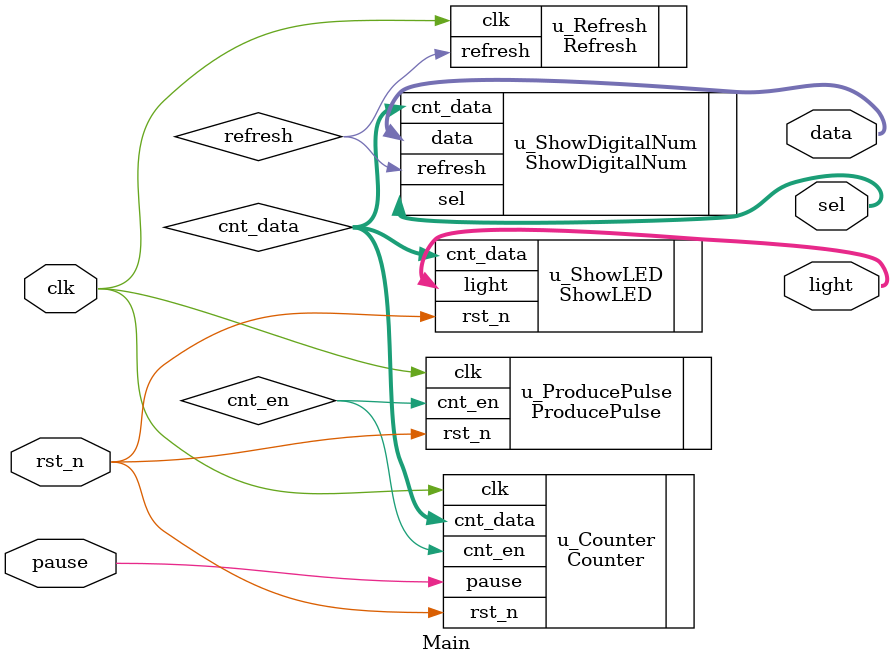
<source format=v>
`timescale 1ns / 1ps
module Main(
input				clk,
input				rst_n,
input				pause,
output	[3:0]	sel,
output	[7:0]	data,
output	[7:0]	light
);


wire 				cnt_en;
wire		[7:0]	cnt_data;
wire				refresh;


Counter				u_Counter(
.clk				(clk		),
.rst_n			(rst_n	),
.cnt_en			(cnt_en	),
.pause			(pause	),
.cnt_data		(cnt_data)
);

ProducePulse				u_ProducePulse(
.clk				(clk			),
.rst_n			(rst_n		),
.cnt_en			(cnt_en		)
);

ShowDigitalNum				u_ShowDigitalNum(
.refresh			(refresh		),
.cnt_data		(cnt_data	),
.sel				(sel			),
.data				(data			)
);

ShowLED						u_ShowLED(
.rst_n			(rst_n		),
.cnt_data		(cnt_data	),
.light			(light		)
);

Refresh						u_Refresh(
.clk				(clk			),
.refresh			(refresh		)
);

endmodule

</source>
